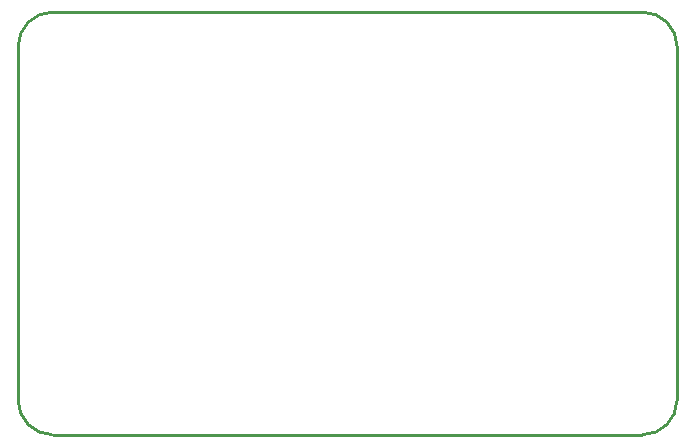
<source format=gko>
G04 #@! TF.GenerationSoftware,KiCad,Pcbnew,(6.0.0)*
G04 #@! TF.CreationDate,2022-02-07T00:21:05-08:00*
G04 #@! TF.ProjectId,LightsAuxiliary_Rev_C,4c696768-7473-4417-9578-696c69617279,rev?*
G04 #@! TF.SameCoordinates,Original*
G04 #@! TF.FileFunction,Profile,NP*
%FSLAX46Y46*%
G04 Gerber Fmt 4.6, Leading zero omitted, Abs format (unit mm)*
G04 Created by KiCad (PCBNEW (6.0.0)) date 2022-02-07 00:21:05*
%MOMM*%
%LPD*%
G01*
G04 APERTURE LIST*
G04 #@! TA.AperFunction,Profile*
%ADD10C,0.254000*%
G04 #@! TD*
G04 APERTURE END LIST*
D10*
X116004965Y-85206035D02*
G75*
G03*
X113054965Y-88156035I0J-2950000D01*
G01*
X113054965Y-88156035D02*
X113054965Y-118056035D01*
X113054965Y-118056035D02*
G75*
G03*
X116004965Y-121006035I2950000J0D01*
G01*
X116004965Y-121006035D02*
X165904965Y-121006035D01*
X165904965Y-121006035D02*
G75*
G03*
X168854965Y-118056035I0J2950000D01*
G01*
X168854965Y-118056035D02*
X168854965Y-88156035D01*
X168854965Y-88156035D02*
G75*
G03*
X165904965Y-85206035I-2950000J0D01*
G01*
X165904965Y-85206035D02*
X116004965Y-85206035D01*
M02*

</source>
